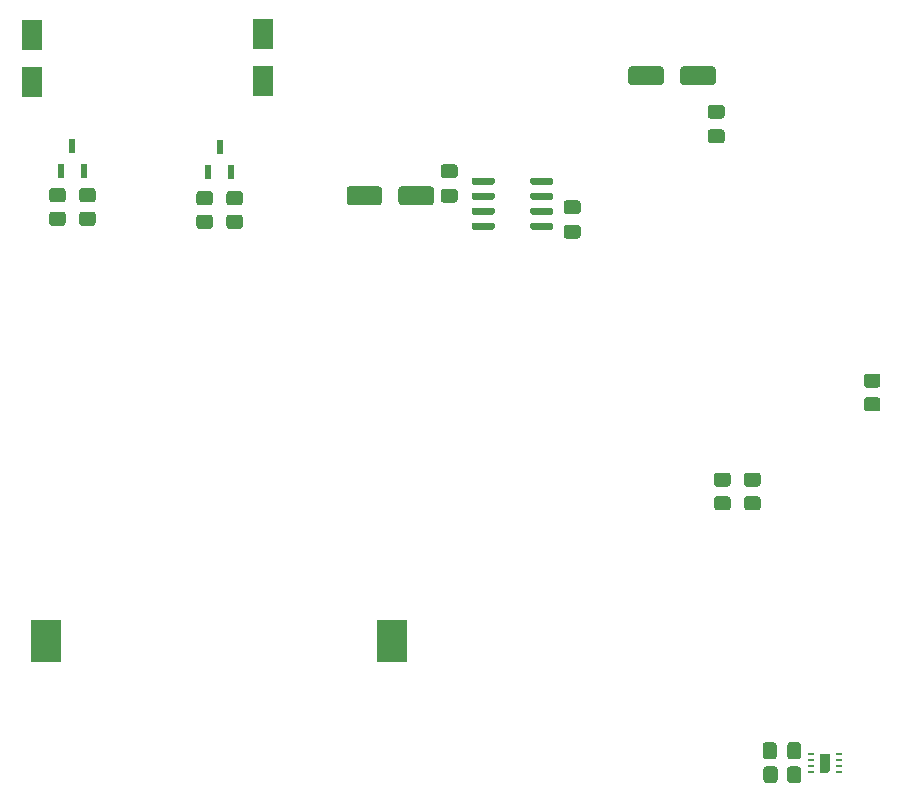
<source format=gtp>
G04 #@! TF.GenerationSoftware,KiCad,Pcbnew,(5.1.10)-1*
G04 #@! TF.CreationDate,2021-10-31T21:23:51-04:00*
G04 #@! TF.ProjectId,Hardware-YurtThermostat,48617264-7761-4726-952d-597572745468,rev?*
G04 #@! TF.SameCoordinates,Original*
G04 #@! TF.FileFunction,Paste,Top*
G04 #@! TF.FilePolarity,Positive*
%FSLAX46Y46*%
G04 Gerber Fmt 4.6, Leading zero omitted, Abs format (unit mm)*
G04 Created by KiCad (PCBNEW (5.1.10)-1) date 2021-10-31 21:23:51*
%MOMM*%
%LPD*%
G01*
G04 APERTURE LIST*
%ADD10R,2.600000X3.600000*%
%ADD11R,1.800000X2.500000*%
%ADD12R,0.600000X1.300000*%
%ADD13C,0.100000*%
%ADD14R,0.550000X0.250000*%
G04 APERTURE END LIST*
D10*
X141656000Y-104521000D03*
X170956000Y-104521000D03*
G36*
G01*
X197899000Y-61177500D02*
X198849000Y-61177500D01*
G75*
G02*
X199099000Y-61427500I0J-250000D01*
G01*
X199099000Y-62102500D01*
G75*
G02*
X198849000Y-62352500I-250000J0D01*
G01*
X197899000Y-62352500D01*
G75*
G02*
X197649000Y-62102500I0J250000D01*
G01*
X197649000Y-61427500D01*
G75*
G02*
X197899000Y-61177500I250000J0D01*
G01*
G37*
G36*
G01*
X197899000Y-59102500D02*
X198849000Y-59102500D01*
G75*
G02*
X199099000Y-59352500I0J-250000D01*
G01*
X199099000Y-60027500D01*
G75*
G02*
X198849000Y-60277500I-250000J0D01*
G01*
X197899000Y-60277500D01*
G75*
G02*
X197649000Y-60027500I0J250000D01*
G01*
X197649000Y-59352500D01*
G75*
G02*
X197899000Y-59102500I250000J0D01*
G01*
G37*
G36*
G01*
X193930000Y-56090000D02*
X193930000Y-57190000D01*
G75*
G02*
X193680000Y-57440000I-250000J0D01*
G01*
X191180000Y-57440000D01*
G75*
G02*
X190930000Y-57190000I0J250000D01*
G01*
X190930000Y-56090000D01*
G75*
G02*
X191180000Y-55840000I250000J0D01*
G01*
X193680000Y-55840000D01*
G75*
G02*
X193930000Y-56090000I0J-250000D01*
G01*
G37*
G36*
G01*
X198330000Y-56090000D02*
X198330000Y-57190000D01*
G75*
G02*
X198080000Y-57440000I-250000J0D01*
G01*
X195580000Y-57440000D01*
G75*
G02*
X195330000Y-57190000I0J250000D01*
G01*
X195330000Y-56090000D01*
G75*
G02*
X195580000Y-55840000I250000J0D01*
G01*
X198080000Y-55840000D01*
G75*
G02*
X198330000Y-56090000I0J-250000D01*
G01*
G37*
G36*
G01*
X185707000Y-69262500D02*
X186657000Y-69262500D01*
G75*
G02*
X186907000Y-69512500I0J-250000D01*
G01*
X186907000Y-70187500D01*
G75*
G02*
X186657000Y-70437500I-250000J0D01*
G01*
X185707000Y-70437500D01*
G75*
G02*
X185457000Y-70187500I0J250000D01*
G01*
X185457000Y-69512500D01*
G75*
G02*
X185707000Y-69262500I250000J0D01*
G01*
G37*
G36*
G01*
X185707000Y-67187500D02*
X186657000Y-67187500D01*
G75*
G02*
X186907000Y-67437500I0J-250000D01*
G01*
X186907000Y-68112500D01*
G75*
G02*
X186657000Y-68362500I-250000J0D01*
G01*
X185707000Y-68362500D01*
G75*
G02*
X185457000Y-68112500I0J250000D01*
G01*
X185457000Y-67437500D01*
G75*
G02*
X185707000Y-67187500I250000J0D01*
G01*
G37*
G36*
G01*
X174474000Y-66252000D02*
X174474000Y-67352000D01*
G75*
G02*
X174224000Y-67602000I-250000J0D01*
G01*
X171724000Y-67602000D01*
G75*
G02*
X171474000Y-67352000I0J250000D01*
G01*
X171474000Y-66252000D01*
G75*
G02*
X171724000Y-66002000I250000J0D01*
G01*
X174224000Y-66002000D01*
G75*
G02*
X174474000Y-66252000I0J-250000D01*
G01*
G37*
G36*
G01*
X170074000Y-66252000D02*
X170074000Y-67352000D01*
G75*
G02*
X169824000Y-67602000I-250000J0D01*
G01*
X167324000Y-67602000D01*
G75*
G02*
X167074000Y-67352000I0J250000D01*
G01*
X167074000Y-66252000D01*
G75*
G02*
X167324000Y-66002000I250000J0D01*
G01*
X169824000Y-66002000D01*
G75*
G02*
X170074000Y-66252000I0J-250000D01*
G01*
G37*
G36*
G01*
X176243000Y-67389500D02*
X175293000Y-67389500D01*
G75*
G02*
X175043000Y-67139500I0J250000D01*
G01*
X175043000Y-66464500D01*
G75*
G02*
X175293000Y-66214500I250000J0D01*
G01*
X176243000Y-66214500D01*
G75*
G02*
X176493000Y-66464500I0J-250000D01*
G01*
X176493000Y-67139500D01*
G75*
G02*
X176243000Y-67389500I-250000J0D01*
G01*
G37*
G36*
G01*
X176243000Y-65314500D02*
X175293000Y-65314500D01*
G75*
G02*
X175043000Y-65064500I0J250000D01*
G01*
X175043000Y-64389500D01*
G75*
G02*
X175293000Y-64139500I250000J0D01*
G01*
X176243000Y-64139500D01*
G75*
G02*
X176493000Y-64389500I0J-250000D01*
G01*
X176493000Y-65064500D01*
G75*
G02*
X176243000Y-65314500I-250000J0D01*
G01*
G37*
G36*
G01*
X205565500Y-113317000D02*
X205565500Y-114267000D01*
G75*
G02*
X205315500Y-114517000I-250000J0D01*
G01*
X204640500Y-114517000D01*
G75*
G02*
X204390500Y-114267000I0J250000D01*
G01*
X204390500Y-113317000D01*
G75*
G02*
X204640500Y-113067000I250000J0D01*
G01*
X205315500Y-113067000D01*
G75*
G02*
X205565500Y-113317000I0J-250000D01*
G01*
G37*
G36*
G01*
X203490500Y-113317000D02*
X203490500Y-114267000D01*
G75*
G02*
X203240500Y-114517000I-250000J0D01*
G01*
X202565500Y-114517000D01*
G75*
G02*
X202315500Y-114267000I0J250000D01*
G01*
X202315500Y-113317000D01*
G75*
G02*
X202565500Y-113067000I250000J0D01*
G01*
X203240500Y-113067000D01*
G75*
G02*
X203490500Y-113317000I0J-250000D01*
G01*
G37*
D11*
X160020000Y-53086000D03*
X160020000Y-57086000D03*
X140462000Y-57150000D03*
X140462000Y-53150000D03*
D12*
X156334000Y-62658000D03*
X157284000Y-64758000D03*
X155384000Y-64758000D03*
X142912000Y-64724000D03*
X144812000Y-64724000D03*
X143862000Y-62624000D03*
G36*
G01*
X200983999Y-92237000D02*
X201884001Y-92237000D01*
G75*
G02*
X202134000Y-92486999I0J-249999D01*
G01*
X202134000Y-93187001D01*
G75*
G02*
X201884001Y-93437000I-249999J0D01*
G01*
X200983999Y-93437000D01*
G75*
G02*
X200734000Y-93187001I0J249999D01*
G01*
X200734000Y-92486999D01*
G75*
G02*
X200983999Y-92237000I249999J0D01*
G01*
G37*
G36*
G01*
X200983999Y-90237000D02*
X201884001Y-90237000D01*
G75*
G02*
X202134000Y-90486999I0J-249999D01*
G01*
X202134000Y-91187001D01*
G75*
G02*
X201884001Y-91437000I-249999J0D01*
G01*
X200983999Y-91437000D01*
G75*
G02*
X200734000Y-91187001I0J249999D01*
G01*
X200734000Y-90486999D01*
G75*
G02*
X200983999Y-90237000I249999J0D01*
G01*
G37*
G36*
G01*
X198443999Y-90237000D02*
X199344001Y-90237000D01*
G75*
G02*
X199594000Y-90486999I0J-249999D01*
G01*
X199594000Y-91187001D01*
G75*
G02*
X199344001Y-91437000I-249999J0D01*
G01*
X198443999Y-91437000D01*
G75*
G02*
X198194000Y-91187001I0J249999D01*
G01*
X198194000Y-90486999D01*
G75*
G02*
X198443999Y-90237000I249999J0D01*
G01*
G37*
G36*
G01*
X198443999Y-92237000D02*
X199344001Y-92237000D01*
G75*
G02*
X199594000Y-92486999I0J-249999D01*
G01*
X199594000Y-93187001D01*
G75*
G02*
X199344001Y-93437000I-249999J0D01*
G01*
X198443999Y-93437000D01*
G75*
G02*
X198194000Y-93187001I0J249999D01*
G01*
X198194000Y-92486999D01*
G75*
G02*
X198443999Y-92237000I249999J0D01*
G01*
G37*
G36*
G01*
X212032001Y-85055000D02*
X211131999Y-85055000D01*
G75*
G02*
X210882000Y-84805001I0J249999D01*
G01*
X210882000Y-84104999D01*
G75*
G02*
X211131999Y-83855000I249999J0D01*
G01*
X212032001Y-83855000D01*
G75*
G02*
X212282000Y-84104999I0J-249999D01*
G01*
X212282000Y-84805001D01*
G75*
G02*
X212032001Y-85055000I-249999J0D01*
G01*
G37*
G36*
G01*
X212032001Y-83055000D02*
X211131999Y-83055000D01*
G75*
G02*
X210882000Y-82805001I0J249999D01*
G01*
X210882000Y-82104999D01*
G75*
G02*
X211131999Y-81855000I249999J0D01*
G01*
X212032001Y-81855000D01*
G75*
G02*
X212282000Y-82104999I0J-249999D01*
G01*
X212282000Y-82805001D01*
G75*
G02*
X212032001Y-83055000I-249999J0D01*
G01*
G37*
G36*
G01*
X204378000Y-116274001D02*
X204378000Y-115373999D01*
G75*
G02*
X204627999Y-115124000I249999J0D01*
G01*
X205328001Y-115124000D01*
G75*
G02*
X205578000Y-115373999I0J-249999D01*
G01*
X205578000Y-116274001D01*
G75*
G02*
X205328001Y-116524000I-249999J0D01*
G01*
X204627999Y-116524000D01*
G75*
G02*
X204378000Y-116274001I0J249999D01*
G01*
G37*
G36*
G01*
X202378000Y-116274001D02*
X202378000Y-115373999D01*
G75*
G02*
X202627999Y-115124000I249999J0D01*
G01*
X203328001Y-115124000D01*
G75*
G02*
X203578000Y-115373999I0J-249999D01*
G01*
X203578000Y-116274001D01*
G75*
G02*
X203328001Y-116524000I-249999J0D01*
G01*
X202627999Y-116524000D01*
G75*
G02*
X202378000Y-116274001I0J249999D01*
G01*
G37*
G36*
G01*
X157153999Y-68408000D02*
X158054001Y-68408000D01*
G75*
G02*
X158304000Y-68657999I0J-249999D01*
G01*
X158304000Y-69358001D01*
G75*
G02*
X158054001Y-69608000I-249999J0D01*
G01*
X157153999Y-69608000D01*
G75*
G02*
X156904000Y-69358001I0J249999D01*
G01*
X156904000Y-68657999D01*
G75*
G02*
X157153999Y-68408000I249999J0D01*
G01*
G37*
G36*
G01*
X157153999Y-66408000D02*
X158054001Y-66408000D01*
G75*
G02*
X158304000Y-66657999I0J-249999D01*
G01*
X158304000Y-67358001D01*
G75*
G02*
X158054001Y-67608000I-249999J0D01*
G01*
X157153999Y-67608000D01*
G75*
G02*
X156904000Y-67358001I0J249999D01*
G01*
X156904000Y-66657999D01*
G75*
G02*
X157153999Y-66408000I249999J0D01*
G01*
G37*
G36*
G01*
X144681999Y-66154000D02*
X145582001Y-66154000D01*
G75*
G02*
X145832000Y-66403999I0J-249999D01*
G01*
X145832000Y-67104001D01*
G75*
G02*
X145582001Y-67354000I-249999J0D01*
G01*
X144681999Y-67354000D01*
G75*
G02*
X144432000Y-67104001I0J249999D01*
G01*
X144432000Y-66403999D01*
G75*
G02*
X144681999Y-66154000I249999J0D01*
G01*
G37*
G36*
G01*
X144681999Y-68154000D02*
X145582001Y-68154000D01*
G75*
G02*
X145832000Y-68403999I0J-249999D01*
G01*
X145832000Y-69104001D01*
G75*
G02*
X145582001Y-69354000I-249999J0D01*
G01*
X144681999Y-69354000D01*
G75*
G02*
X144432000Y-69104001I0J249999D01*
G01*
X144432000Y-68403999D01*
G75*
G02*
X144681999Y-68154000I249999J0D01*
G01*
G37*
G36*
G01*
X154613999Y-66408000D02*
X155514001Y-66408000D01*
G75*
G02*
X155764000Y-66657999I0J-249999D01*
G01*
X155764000Y-67358001D01*
G75*
G02*
X155514001Y-67608000I-249999J0D01*
G01*
X154613999Y-67608000D01*
G75*
G02*
X154364000Y-67358001I0J249999D01*
G01*
X154364000Y-66657999D01*
G75*
G02*
X154613999Y-66408000I249999J0D01*
G01*
G37*
G36*
G01*
X154613999Y-68408000D02*
X155514001Y-68408000D01*
G75*
G02*
X155764000Y-68657999I0J-249999D01*
G01*
X155764000Y-69358001D01*
G75*
G02*
X155514001Y-69608000I-249999J0D01*
G01*
X154613999Y-69608000D01*
G75*
G02*
X154364000Y-69358001I0J249999D01*
G01*
X154364000Y-68657999D01*
G75*
G02*
X154613999Y-68408000I249999J0D01*
G01*
G37*
G36*
G01*
X142141999Y-68154000D02*
X143042001Y-68154000D01*
G75*
G02*
X143292000Y-68403999I0J-249999D01*
G01*
X143292000Y-69104001D01*
G75*
G02*
X143042001Y-69354000I-249999J0D01*
G01*
X142141999Y-69354000D01*
G75*
G02*
X141892000Y-69104001I0J249999D01*
G01*
X141892000Y-68403999D01*
G75*
G02*
X142141999Y-68154000I249999J0D01*
G01*
G37*
G36*
G01*
X142141999Y-66154000D02*
X143042001Y-66154000D01*
G75*
G02*
X143292000Y-66403999I0J-249999D01*
G01*
X143292000Y-67104001D01*
G75*
G02*
X143042001Y-67354000I-249999J0D01*
G01*
X142141999Y-67354000D01*
G75*
G02*
X141892000Y-67104001I0J249999D01*
G01*
X141892000Y-66403999D01*
G75*
G02*
X142141999Y-66154000I249999J0D01*
G01*
G37*
G36*
G01*
X177668000Y-65713000D02*
X177668000Y-65413000D01*
G75*
G02*
X177818000Y-65263000I150000J0D01*
G01*
X179468000Y-65263000D01*
G75*
G02*
X179618000Y-65413000I0J-150000D01*
G01*
X179618000Y-65713000D01*
G75*
G02*
X179468000Y-65863000I-150000J0D01*
G01*
X177818000Y-65863000D01*
G75*
G02*
X177668000Y-65713000I0J150000D01*
G01*
G37*
G36*
G01*
X177668000Y-66983000D02*
X177668000Y-66683000D01*
G75*
G02*
X177818000Y-66533000I150000J0D01*
G01*
X179468000Y-66533000D01*
G75*
G02*
X179618000Y-66683000I0J-150000D01*
G01*
X179618000Y-66983000D01*
G75*
G02*
X179468000Y-67133000I-150000J0D01*
G01*
X177818000Y-67133000D01*
G75*
G02*
X177668000Y-66983000I0J150000D01*
G01*
G37*
G36*
G01*
X177668000Y-68253000D02*
X177668000Y-67953000D01*
G75*
G02*
X177818000Y-67803000I150000J0D01*
G01*
X179468000Y-67803000D01*
G75*
G02*
X179618000Y-67953000I0J-150000D01*
G01*
X179618000Y-68253000D01*
G75*
G02*
X179468000Y-68403000I-150000J0D01*
G01*
X177818000Y-68403000D01*
G75*
G02*
X177668000Y-68253000I0J150000D01*
G01*
G37*
G36*
G01*
X177668000Y-69523000D02*
X177668000Y-69223000D01*
G75*
G02*
X177818000Y-69073000I150000J0D01*
G01*
X179468000Y-69073000D01*
G75*
G02*
X179618000Y-69223000I0J-150000D01*
G01*
X179618000Y-69523000D01*
G75*
G02*
X179468000Y-69673000I-150000J0D01*
G01*
X177818000Y-69673000D01*
G75*
G02*
X177668000Y-69523000I0J150000D01*
G01*
G37*
G36*
G01*
X182618000Y-69523000D02*
X182618000Y-69223000D01*
G75*
G02*
X182768000Y-69073000I150000J0D01*
G01*
X184418000Y-69073000D01*
G75*
G02*
X184568000Y-69223000I0J-150000D01*
G01*
X184568000Y-69523000D01*
G75*
G02*
X184418000Y-69673000I-150000J0D01*
G01*
X182768000Y-69673000D01*
G75*
G02*
X182618000Y-69523000I0J150000D01*
G01*
G37*
G36*
G01*
X182618000Y-68253000D02*
X182618000Y-67953000D01*
G75*
G02*
X182768000Y-67803000I150000J0D01*
G01*
X184418000Y-67803000D01*
G75*
G02*
X184568000Y-67953000I0J-150000D01*
G01*
X184568000Y-68253000D01*
G75*
G02*
X184418000Y-68403000I-150000J0D01*
G01*
X182768000Y-68403000D01*
G75*
G02*
X182618000Y-68253000I0J150000D01*
G01*
G37*
G36*
G01*
X182618000Y-66983000D02*
X182618000Y-66683000D01*
G75*
G02*
X182768000Y-66533000I150000J0D01*
G01*
X184418000Y-66533000D01*
G75*
G02*
X184568000Y-66683000I0J-150000D01*
G01*
X184568000Y-66983000D01*
G75*
G02*
X184418000Y-67133000I-150000J0D01*
G01*
X182768000Y-67133000D01*
G75*
G02*
X182618000Y-66983000I0J150000D01*
G01*
G37*
G36*
G01*
X182618000Y-65713000D02*
X182618000Y-65413000D01*
G75*
G02*
X182768000Y-65263000I150000J0D01*
G01*
X184418000Y-65263000D01*
G75*
G02*
X184568000Y-65413000I0J-150000D01*
G01*
X184568000Y-65713000D01*
G75*
G02*
X184418000Y-65863000I-150000J0D01*
G01*
X182768000Y-65863000D01*
G75*
G02*
X182618000Y-65713000I0J150000D01*
G01*
G37*
D13*
G36*
X207138000Y-114058000D02*
G01*
X208038000Y-114058000D01*
X208038000Y-115388000D01*
X207768000Y-115658000D01*
X207138000Y-115658000D01*
X207138000Y-114058000D01*
G37*
D14*
X206413000Y-115608000D03*
X206413000Y-115108000D03*
X206413000Y-114608000D03*
X206413000Y-114108000D03*
X208763000Y-114108000D03*
X208763000Y-114608000D03*
X208763000Y-115108000D03*
X208763000Y-115608000D03*
M02*

</source>
